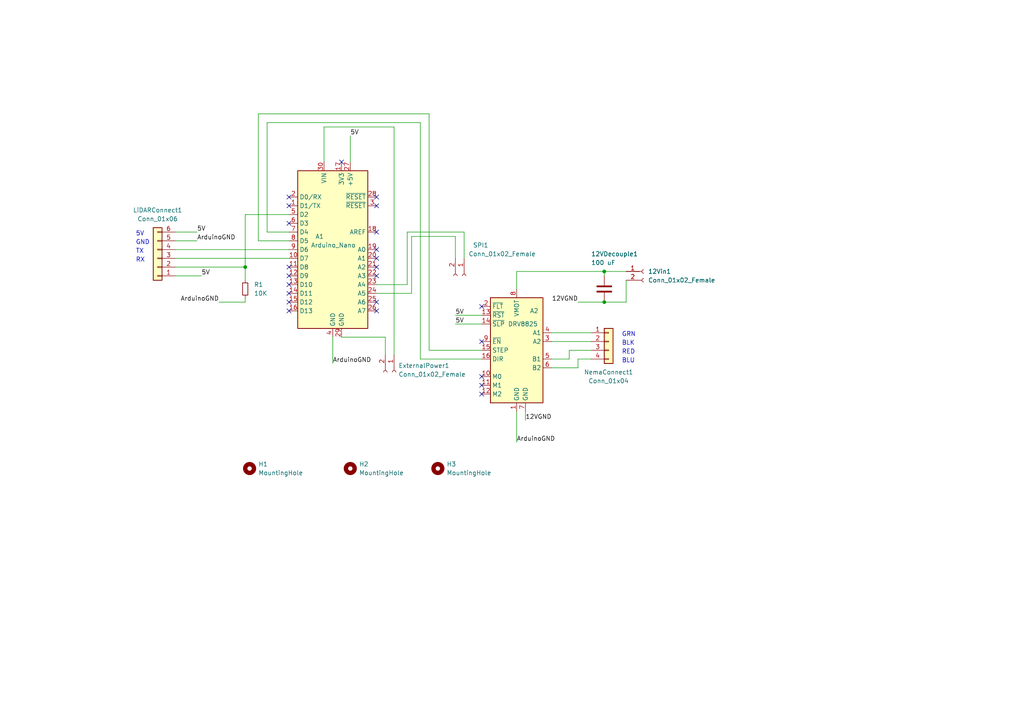
<source format=kicad_sch>
(kicad_sch (version 20211123) (generator eeschema)

  (uuid 9538e4ed-27e6-4c37-b989-9859dc0d49e8)

  (paper "A4")

  (lib_symbols
    (symbol "Connector:Conn_01x02_Female" (pin_names (offset 1.016) hide) (in_bom yes) (on_board yes)
      (property "Reference" "J" (id 0) (at 0 2.54 0)
        (effects (font (size 1.27 1.27)))
      )
      (property "Value" "Conn_01x02_Female" (id 1) (at 0 -5.08 0)
        (effects (font (size 1.27 1.27)))
      )
      (property "Footprint" "" (id 2) (at 0 0 0)
        (effects (font (size 1.27 1.27)) hide)
      )
      (property "Datasheet" "~" (id 3) (at 0 0 0)
        (effects (font (size 1.27 1.27)) hide)
      )
      (property "ki_keywords" "connector" (id 4) (at 0 0 0)
        (effects (font (size 1.27 1.27)) hide)
      )
      (property "ki_description" "Generic connector, single row, 01x02, script generated (kicad-library-utils/schlib/autogen/connector/)" (id 5) (at 0 0 0)
        (effects (font (size 1.27 1.27)) hide)
      )
      (property "ki_fp_filters" "Connector*:*_1x??_*" (id 6) (at 0 0 0)
        (effects (font (size 1.27 1.27)) hide)
      )
      (symbol "Conn_01x02_Female_1_1"
        (arc (start 0 -2.032) (mid -0.508 -2.54) (end 0 -3.048)
          (stroke (width 0.1524) (type default) (color 0 0 0 0))
          (fill (type none))
        )
        (polyline
          (pts
            (xy -1.27 -2.54)
            (xy -0.508 -2.54)
          )
          (stroke (width 0.1524) (type default) (color 0 0 0 0))
          (fill (type none))
        )
        (polyline
          (pts
            (xy -1.27 0)
            (xy -0.508 0)
          )
          (stroke (width 0.1524) (type default) (color 0 0 0 0))
          (fill (type none))
        )
        (arc (start 0 0.508) (mid -0.508 0) (end 0 -0.508)
          (stroke (width 0.1524) (type default) (color 0 0 0 0))
          (fill (type none))
        )
        (pin passive line (at -5.08 0 0) (length 3.81)
          (name "Pin_1" (effects (font (size 1.27 1.27))))
          (number "1" (effects (font (size 1.27 1.27))))
        )
        (pin passive line (at -5.08 -2.54 0) (length 3.81)
          (name "Pin_2" (effects (font (size 1.27 1.27))))
          (number "2" (effects (font (size 1.27 1.27))))
        )
      )
    )
    (symbol "Connector_Generic:Conn_01x04" (pin_names (offset 1.016) hide) (in_bom yes) (on_board yes)
      (property "Reference" "J" (id 0) (at 0 5.08 0)
        (effects (font (size 1.27 1.27)))
      )
      (property "Value" "Conn_01x04" (id 1) (at 0 -7.62 0)
        (effects (font (size 1.27 1.27)))
      )
      (property "Footprint" "" (id 2) (at 0 0 0)
        (effects (font (size 1.27 1.27)) hide)
      )
      (property "Datasheet" "~" (id 3) (at 0 0 0)
        (effects (font (size 1.27 1.27)) hide)
      )
      (property "ki_keywords" "connector" (id 4) (at 0 0 0)
        (effects (font (size 1.27 1.27)) hide)
      )
      (property "ki_description" "Generic connector, single row, 01x04, script generated (kicad-library-utils/schlib/autogen/connector/)" (id 5) (at 0 0 0)
        (effects (font (size 1.27 1.27)) hide)
      )
      (property "ki_fp_filters" "Connector*:*_1x??_*" (id 6) (at 0 0 0)
        (effects (font (size 1.27 1.27)) hide)
      )
      (symbol "Conn_01x04_1_1"
        (rectangle (start -1.27 -4.953) (end 0 -5.207)
          (stroke (width 0.1524) (type default) (color 0 0 0 0))
          (fill (type none))
        )
        (rectangle (start -1.27 -2.413) (end 0 -2.667)
          (stroke (width 0.1524) (type default) (color 0 0 0 0))
          (fill (type none))
        )
        (rectangle (start -1.27 0.127) (end 0 -0.127)
          (stroke (width 0.1524) (type default) (color 0 0 0 0))
          (fill (type none))
        )
        (rectangle (start -1.27 2.667) (end 0 2.413)
          (stroke (width 0.1524) (type default) (color 0 0 0 0))
          (fill (type none))
        )
        (rectangle (start -1.27 3.81) (end 1.27 -6.35)
          (stroke (width 0.254) (type default) (color 0 0 0 0))
          (fill (type background))
        )
        (pin passive line (at -5.08 2.54 0) (length 3.81)
          (name "Pin_1" (effects (font (size 1.27 1.27))))
          (number "1" (effects (font (size 1.27 1.27))))
        )
        (pin passive line (at -5.08 0 0) (length 3.81)
          (name "Pin_2" (effects (font (size 1.27 1.27))))
          (number "2" (effects (font (size 1.27 1.27))))
        )
        (pin passive line (at -5.08 -2.54 0) (length 3.81)
          (name "Pin_3" (effects (font (size 1.27 1.27))))
          (number "3" (effects (font (size 1.27 1.27))))
        )
        (pin passive line (at -5.08 -5.08 0) (length 3.81)
          (name "Pin_4" (effects (font (size 1.27 1.27))))
          (number "4" (effects (font (size 1.27 1.27))))
        )
      )
    )
    (symbol "Connector_Generic:Conn_01x06" (pin_names (offset 1.016) hide) (in_bom yes) (on_board yes)
      (property "Reference" "J" (id 0) (at 0 7.62 0)
        (effects (font (size 1.27 1.27)))
      )
      (property "Value" "Conn_01x06" (id 1) (at 0 -10.16 0)
        (effects (font (size 1.27 1.27)))
      )
      (property "Footprint" "" (id 2) (at 0 0 0)
        (effects (font (size 1.27 1.27)) hide)
      )
      (property "Datasheet" "~" (id 3) (at 0 0 0)
        (effects (font (size 1.27 1.27)) hide)
      )
      (property "ki_keywords" "connector" (id 4) (at 0 0 0)
        (effects (font (size 1.27 1.27)) hide)
      )
      (property "ki_description" "Generic connector, single row, 01x06, script generated (kicad-library-utils/schlib/autogen/connector/)" (id 5) (at 0 0 0)
        (effects (font (size 1.27 1.27)) hide)
      )
      (property "ki_fp_filters" "Connector*:*_1x??_*" (id 6) (at 0 0 0)
        (effects (font (size 1.27 1.27)) hide)
      )
      (symbol "Conn_01x06_1_1"
        (rectangle (start -1.27 -7.493) (end 0 -7.747)
          (stroke (width 0.1524) (type default) (color 0 0 0 0))
          (fill (type none))
        )
        (rectangle (start -1.27 -4.953) (end 0 -5.207)
          (stroke (width 0.1524) (type default) (color 0 0 0 0))
          (fill (type none))
        )
        (rectangle (start -1.27 -2.413) (end 0 -2.667)
          (stroke (width 0.1524) (type default) (color 0 0 0 0))
          (fill (type none))
        )
        (rectangle (start -1.27 0.127) (end 0 -0.127)
          (stroke (width 0.1524) (type default) (color 0 0 0 0))
          (fill (type none))
        )
        (rectangle (start -1.27 2.667) (end 0 2.413)
          (stroke (width 0.1524) (type default) (color 0 0 0 0))
          (fill (type none))
        )
        (rectangle (start -1.27 5.207) (end 0 4.953)
          (stroke (width 0.1524) (type default) (color 0 0 0 0))
          (fill (type none))
        )
        (rectangle (start -1.27 6.35) (end 1.27 -8.89)
          (stroke (width 0.254) (type default) (color 0 0 0 0))
          (fill (type background))
        )
        (pin passive line (at -5.08 5.08 0) (length 3.81)
          (name "Pin_1" (effects (font (size 1.27 1.27))))
          (number "1" (effects (font (size 1.27 1.27))))
        )
        (pin passive line (at -5.08 2.54 0) (length 3.81)
          (name "Pin_2" (effects (font (size 1.27 1.27))))
          (number "2" (effects (font (size 1.27 1.27))))
        )
        (pin passive line (at -5.08 0 0) (length 3.81)
          (name "Pin_3" (effects (font (size 1.27 1.27))))
          (number "3" (effects (font (size 1.27 1.27))))
        )
        (pin passive line (at -5.08 -2.54 0) (length 3.81)
          (name "Pin_4" (effects (font (size 1.27 1.27))))
          (number "4" (effects (font (size 1.27 1.27))))
        )
        (pin passive line (at -5.08 -5.08 0) (length 3.81)
          (name "Pin_5" (effects (font (size 1.27 1.27))))
          (number "5" (effects (font (size 1.27 1.27))))
        )
        (pin passive line (at -5.08 -7.62 0) (length 3.81)
          (name "Pin_6" (effects (font (size 1.27 1.27))))
          (number "6" (effects (font (size 1.27 1.27))))
        )
      )
    )
    (symbol "Device:C" (pin_numbers hide) (pin_names (offset 0.254)) (in_bom yes) (on_board yes)
      (property "Reference" "C" (id 0) (at 0.635 2.54 0)
        (effects (font (size 1.27 1.27)) (justify left))
      )
      (property "Value" "C" (id 1) (at 0.635 -2.54 0)
        (effects (font (size 1.27 1.27)) (justify left))
      )
      (property "Footprint" "" (id 2) (at 0.9652 -3.81 0)
        (effects (font (size 1.27 1.27)) hide)
      )
      (property "Datasheet" "~" (id 3) (at 0 0 0)
        (effects (font (size 1.27 1.27)) hide)
      )
      (property "ki_keywords" "cap capacitor" (id 4) (at 0 0 0)
        (effects (font (size 1.27 1.27)) hide)
      )
      (property "ki_description" "Unpolarized capacitor" (id 5) (at 0 0 0)
        (effects (font (size 1.27 1.27)) hide)
      )
      (property "ki_fp_filters" "C_*" (id 6) (at 0 0 0)
        (effects (font (size 1.27 1.27)) hide)
      )
      (symbol "C_0_1"
        (polyline
          (pts
            (xy -2.032 -0.762)
            (xy 2.032 -0.762)
          )
          (stroke (width 0.508) (type default) (color 0 0 0 0))
          (fill (type none))
        )
        (polyline
          (pts
            (xy -2.032 0.762)
            (xy 2.032 0.762)
          )
          (stroke (width 0.508) (type default) (color 0 0 0 0))
          (fill (type none))
        )
      )
      (symbol "C_1_1"
        (pin passive line (at 0 3.81 270) (length 2.794)
          (name "~" (effects (font (size 1.27 1.27))))
          (number "1" (effects (font (size 1.27 1.27))))
        )
        (pin passive line (at 0 -3.81 90) (length 2.794)
          (name "~" (effects (font (size 1.27 1.27))))
          (number "2" (effects (font (size 1.27 1.27))))
        )
      )
    )
    (symbol "Device:R_Small" (pin_numbers hide) (pin_names (offset 0.254) hide) (in_bom yes) (on_board yes)
      (property "Reference" "R" (id 0) (at 0.762 0.508 0)
        (effects (font (size 1.27 1.27)) (justify left))
      )
      (property "Value" "R_Small" (id 1) (at 0.762 -1.016 0)
        (effects (font (size 1.27 1.27)) (justify left))
      )
      (property "Footprint" "" (id 2) (at 0 0 0)
        (effects (font (size 1.27 1.27)) hide)
      )
      (property "Datasheet" "~" (id 3) (at 0 0 0)
        (effects (font (size 1.27 1.27)) hide)
      )
      (property "ki_keywords" "R resistor" (id 4) (at 0 0 0)
        (effects (font (size 1.27 1.27)) hide)
      )
      (property "ki_description" "Resistor, small symbol" (id 5) (at 0 0 0)
        (effects (font (size 1.27 1.27)) hide)
      )
      (property "ki_fp_filters" "R_*" (id 6) (at 0 0 0)
        (effects (font (size 1.27 1.27)) hide)
      )
      (symbol "R_Small_0_1"
        (rectangle (start -0.762 1.778) (end 0.762 -1.778)
          (stroke (width 0.2032) (type default) (color 0 0 0 0))
          (fill (type none))
        )
      )
      (symbol "R_Small_1_1"
        (pin passive line (at 0 2.54 270) (length 0.762)
          (name "~" (effects (font (size 1.27 1.27))))
          (number "1" (effects (font (size 1.27 1.27))))
        )
        (pin passive line (at 0 -2.54 90) (length 0.762)
          (name "~" (effects (font (size 1.27 1.27))))
          (number "2" (effects (font (size 1.27 1.27))))
        )
      )
    )
    (symbol "Driver_Motor:Pololu_Breakout_DRV8825" (in_bom yes) (on_board yes)
      (property "Reference" "A" (id 0) (at -2.54 16.51 0)
        (effects (font (size 1.27 1.27)) (justify right))
      )
      (property "Value" "Pololu_Breakout_DRV8825" (id 1) (at -2.54 13.97 0)
        (effects (font (size 1.27 1.27)) (justify right))
      )
      (property "Footprint" "Module:Pololu_Breakout-16_15.2x20.3mm" (id 2) (at 5.08 -20.32 0)
        (effects (font (size 1.27 1.27)) (justify left) hide)
      )
      (property "Datasheet" "https://www.pololu.com/product/2982" (id 3) (at 2.54 -7.62 0)
        (effects (font (size 1.27 1.27)) hide)
      )
      (property "ki_keywords" "Pololu Breakout Board Stepper Driver DRV8825" (id 4) (at 0 0 0)
        (effects (font (size 1.27 1.27)) hide)
      )
      (property "ki_description" "Pololu Breakout Board, Stepper Driver DRV8825" (id 5) (at 0 0 0)
        (effects (font (size 1.27 1.27)) hide)
      )
      (property "ki_fp_filters" "Pololu*Breakout*15.2x20.3mm*" (id 6) (at 0 0 0)
        (effects (font (size 1.27 1.27)) hide)
      )
      (symbol "Pololu_Breakout_DRV8825_0_1"
        (rectangle (start 7.62 -17.78) (end -7.62 12.7)
          (stroke (width 0.254) (type default) (color 0 0 0 0))
          (fill (type background))
        )
      )
      (symbol "Pololu_Breakout_DRV8825_1_1"
        (pin power_in line (at 0 -20.32 90) (length 2.54)
          (name "GND" (effects (font (size 1.27 1.27))))
          (number "1" (effects (font (size 1.27 1.27))))
        )
        (pin input line (at -10.16 -10.16 0) (length 2.54)
          (name "M0" (effects (font (size 1.27 1.27))))
          (number "10" (effects (font (size 1.27 1.27))))
        )
        (pin input line (at -10.16 -12.7 0) (length 2.54)
          (name "M1" (effects (font (size 1.27 1.27))))
          (number "11" (effects (font (size 1.27 1.27))))
        )
        (pin input line (at -10.16 -15.24 0) (length 2.54)
          (name "M2" (effects (font (size 1.27 1.27))))
          (number "12" (effects (font (size 1.27 1.27))))
        )
        (pin input line (at -10.16 7.62 0) (length 2.54)
          (name "~{RST}" (effects (font (size 1.27 1.27))))
          (number "13" (effects (font (size 1.27 1.27))))
        )
        (pin input line (at -10.16 5.08 0) (length 2.54)
          (name "~{SLP}" (effects (font (size 1.27 1.27))))
          (number "14" (effects (font (size 1.27 1.27))))
        )
        (pin input line (at -10.16 -2.54 0) (length 2.54)
          (name "STEP" (effects (font (size 1.27 1.27))))
          (number "15" (effects (font (size 1.27 1.27))))
        )
        (pin input line (at -10.16 -5.08 0) (length 2.54)
          (name "DIR" (effects (font (size 1.27 1.27))))
          (number "16" (effects (font (size 1.27 1.27))))
        )
        (pin output line (at -10.16 10.16 0) (length 2.54)
          (name "~{FLT}" (effects (font (size 1.27 1.27))))
          (number "2" (effects (font (size 1.27 1.27))))
        )
        (pin output line (at 10.16 0 180) (length 2.54)
          (name "A2" (effects (font (size 1.27 1.27))))
          (number "3" (effects (font (size 1.27 1.27))))
        )
        (pin output line (at 10.16 2.54 180) (length 2.54)
          (name "A1" (effects (font (size 1.27 1.27))))
          (number "4" (effects (font (size 1.27 1.27))))
        )
        (pin output line (at 10.16 -5.08 180) (length 2.54)
          (name "B1" (effects (font (size 1.27 1.27))))
          (number "5" (effects (font (size 1.27 1.27))))
        )
        (pin output line (at 10.16 -7.62 180) (length 2.54)
          (name "B2" (effects (font (size 1.27 1.27))))
          (number "6" (effects (font (size 1.27 1.27))))
        )
        (pin power_in line (at 2.54 -20.32 90) (length 2.54)
          (name "GND" (effects (font (size 1.27 1.27))))
          (number "7" (effects (font (size 1.27 1.27))))
        )
        (pin power_in line (at 0 15.24 270) (length 2.54)
          (name "VMOT" (effects (font (size 1.27 1.27))))
          (number "8" (effects (font (size 1.27 1.27))))
        )
        (pin input line (at -10.16 0 0) (length 2.54)
          (name "~{EN}" (effects (font (size 1.27 1.27))))
          (number "9" (effects (font (size 1.27 1.27))))
        )
      )
    )
    (symbol "MCU_Module:Arduino_Nano_v3.x" (in_bom yes) (on_board yes)
      (property "Reference" "A" (id 0) (at -10.16 23.495 0)
        (effects (font (size 1.27 1.27)) (justify left bottom))
      )
      (property "Value" "Arduino_Nano_v3.x" (id 1) (at 5.08 -24.13 0)
        (effects (font (size 1.27 1.27)) (justify left top))
      )
      (property "Footprint" "Module:Arduino_Nano" (id 2) (at 0 0 0)
        (effects (font (size 1.27 1.27) italic) hide)
      )
      (property "Datasheet" "http://www.mouser.com/pdfdocs/Gravitech_Arduino_Nano3_0.pdf" (id 3) (at 0 0 0)
        (effects (font (size 1.27 1.27)) hide)
      )
      (property "ki_keywords" "Arduino nano microcontroller module USB" (id 4) (at 0 0 0)
        (effects (font (size 1.27 1.27)) hide)
      )
      (property "ki_description" "Arduino Nano v3.x" (id 5) (at 0 0 0)
        (effects (font (size 1.27 1.27)) hide)
      )
      (property "ki_fp_filters" "Arduino*Nano*" (id 6) (at 0 0 0)
        (effects (font (size 1.27 1.27)) hide)
      )
      (symbol "Arduino_Nano_v3.x_0_1"
        (rectangle (start -10.16 22.86) (end 10.16 -22.86)
          (stroke (width 0.254) (type default) (color 0 0 0 0))
          (fill (type background))
        )
      )
      (symbol "Arduino_Nano_v3.x_1_1"
        (pin bidirectional line (at -12.7 12.7 0) (length 2.54)
          (name "D1/TX" (effects (font (size 1.27 1.27))))
          (number "1" (effects (font (size 1.27 1.27))))
        )
        (pin bidirectional line (at -12.7 -2.54 0) (length 2.54)
          (name "D7" (effects (font (size 1.27 1.27))))
          (number "10" (effects (font (size 1.27 1.27))))
        )
        (pin bidirectional line (at -12.7 -5.08 0) (length 2.54)
          (name "D8" (effects (font (size 1.27 1.27))))
          (number "11" (effects (font (size 1.27 1.27))))
        )
        (pin bidirectional line (at -12.7 -7.62 0) (length 2.54)
          (name "D9" (effects (font (size 1.27 1.27))))
          (number "12" (effects (font (size 1.27 1.27))))
        )
        (pin bidirectional line (at -12.7 -10.16 0) (length 2.54)
          (name "D10" (effects (font (size 1.27 1.27))))
          (number "13" (effects (font (size 1.27 1.27))))
        )
        (pin bidirectional line (at -12.7 -12.7 0) (length 2.54)
          (name "D11" (effects (font (size 1.27 1.27))))
          (number "14" (effects (font (size 1.27 1.27))))
        )
        (pin bidirectional line (at -12.7 -15.24 0) (length 2.54)
          (name "D12" (effects (font (size 1.27 1.27))))
          (number "15" (effects (font (size 1.27 1.27))))
        )
        (pin bidirectional line (at -12.7 -17.78 0) (length 2.54)
          (name "D13" (effects (font (size 1.27 1.27))))
          (number "16" (effects (font (size 1.27 1.27))))
        )
        (pin power_out line (at 2.54 25.4 270) (length 2.54)
          (name "3V3" (effects (font (size 1.27 1.27))))
          (number "17" (effects (font (size 1.27 1.27))))
        )
        (pin input line (at 12.7 5.08 180) (length 2.54)
          (name "AREF" (effects (font (size 1.27 1.27))))
          (number "18" (effects (font (size 1.27 1.27))))
        )
        (pin bidirectional line (at 12.7 0 180) (length 2.54)
          (name "A0" (effects (font (size 1.27 1.27))))
          (number "19" (effects (font (size 1.27 1.27))))
        )
        (pin bidirectional line (at -12.7 15.24 0) (length 2.54)
          (name "D0/RX" (effects (font (size 1.27 1.27))))
          (number "2" (effects (font (size 1.27 1.27))))
        )
        (pin bidirectional line (at 12.7 -2.54 180) (length 2.54)
          (name "A1" (effects (font (size 1.27 1.27))))
          (number "20" (effects (font (size 1.27 1.27))))
        )
        (pin bidirectional line (at 12.7 -5.08 180) (length 2.54)
          (name "A2" (effects (font (size 1.27 1.27))))
          (number "21" (effects (font (size 1.27 1.27))))
        )
        (pin bidirectional line (at 12.7 -7.62 180) (length 2.54)
          (name "A3" (effects (font (size 1.27 1.27))))
          (number "22" (effects (font (size 1.27 1.27))))
        )
        (pin bidirectional line (at 12.7 -10.16 180) (length 2.54)
          (name "A4" (effects (font (size 1.27 1.27))))
          (number "23" (effects (font (size 1.27 1.27))))
        )
        (pin bidirectional line (at 12.7 -12.7 180) (length 2.54)
          (name "A5" (effects (font (size 1.27 1.27))))
          (number "24" (effects (font (size 1.27 1.27))))
        )
        (pin bidirectional line (at 12.7 -15.24 180) (length 2.54)
          (name "A6" (effects (font (size 1.27 1.27))))
          (number "25" (effects (font (size 1.27 1.27))))
        )
        (pin bidirectional line (at 12.7 -17.78 180) (length 2.54)
          (name "A7" (effects (font (size 1.27 1.27))))
          (number "26" (effects (font (size 1.27 1.27))))
        )
        (pin power_out line (at 5.08 25.4 270) (length 2.54)
          (name "+5V" (effects (font (size 1.27 1.27))))
          (number "27" (effects (font (size 1.27 1.27))))
        )
        (pin input line (at 12.7 15.24 180) (length 2.54)
          (name "~{RESET}" (effects (font (size 1.27 1.27))))
          (number "28" (effects (font (size 1.27 1.27))))
        )
        (pin power_in line (at 2.54 -25.4 90) (length 2.54)
          (name "GND" (effects (font (size 1.27 1.27))))
          (number "29" (effects (font (size 1.27 1.27))))
        )
        (pin input line (at 12.7 12.7 180) (length 2.54)
          (name "~{RESET}" (effects (font (size 1.27 1.27))))
          (number "3" (effects (font (size 1.27 1.27))))
        )
        (pin power_in line (at -2.54 25.4 270) (length 2.54)
          (name "VIN" (effects (font (size 1.27 1.27))))
          (number "30" (effects (font (size 1.27 1.27))))
        )
        (pin power_in line (at 0 -25.4 90) (length 2.54)
          (name "GND" (effects (font (size 1.27 1.27))))
          (number "4" (effects (font (size 1.27 1.27))))
        )
        (pin bidirectional line (at -12.7 10.16 0) (length 2.54)
          (name "D2" (effects (font (size 1.27 1.27))))
          (number "5" (effects (font (size 1.27 1.27))))
        )
        (pin bidirectional line (at -12.7 7.62 0) (length 2.54)
          (name "D3" (effects (font (size 1.27 1.27))))
          (number "6" (effects (font (size 1.27 1.27))))
        )
        (pin bidirectional line (at -12.7 5.08 0) (length 2.54)
          (name "D4" (effects (font (size 1.27 1.27))))
          (number "7" (effects (font (size 1.27 1.27))))
        )
        (pin bidirectional line (at -12.7 2.54 0) (length 2.54)
          (name "D5" (effects (font (size 1.27 1.27))))
          (number "8" (effects (font (size 1.27 1.27))))
        )
        (pin bidirectional line (at -12.7 0 0) (length 2.54)
          (name "D6" (effects (font (size 1.27 1.27))))
          (number "9" (effects (font (size 1.27 1.27))))
        )
      )
    )
    (symbol "Mechanical:MountingHole" (pin_names (offset 1.016)) (in_bom yes) (on_board yes)
      (property "Reference" "H" (id 0) (at 0 5.08 0)
        (effects (font (size 1.27 1.27)))
      )
      (property "Value" "MountingHole" (id 1) (at 0 3.175 0)
        (effects (font (size 1.27 1.27)))
      )
      (property "Footprint" "" (id 2) (at 0 0 0)
        (effects (font (size 1.27 1.27)) hide)
      )
      (property "Datasheet" "~" (id 3) (at 0 0 0)
        (effects (font (size 1.27 1.27)) hide)
      )
      (property "ki_keywords" "mounting hole" (id 4) (at 0 0 0)
        (effects (font (size 1.27 1.27)) hide)
      )
      (property "ki_description" "Mounting Hole without connection" (id 5) (at 0 0 0)
        (effects (font (size 1.27 1.27)) hide)
      )
      (property "ki_fp_filters" "MountingHole*" (id 6) (at 0 0 0)
        (effects (font (size 1.27 1.27)) hide)
      )
      (symbol "MountingHole_0_1"
        (circle (center 0 0) (radius 1.27)
          (stroke (width 1.27) (type default) (color 0 0 0 0))
          (fill (type none))
        )
      )
    )
  )

  (junction (at 175.26 87.63) (diameter 0) (color 0 0 0 0)
    (uuid 11611aec-e86b-4886-bae2-7a14bf90b099)
  )
  (junction (at 175.26 78.74) (diameter 0) (color 0 0 0 0)
    (uuid 3dd9894d-0db0-4b17-807c-ff1cecb8974b)
  )
  (junction (at 71.12 77.47) (diameter 0) (color 0 0 0 0)
    (uuid b5a1fa5b-0b64-45f1-8369-5c269770886d)
  )

  (no_connect (at 83.82 90.17) (uuid 091dbe6d-e8fd-46ea-acf9-a48b6d94b551))
  (no_connect (at 83.82 85.09) (uuid 112b21a9-120e-4d0d-b23c-8440688477e0))
  (no_connect (at 139.7 109.22) (uuid 3c7d7bb6-3316-4dc7-9968-fa2f80ff8e01))
  (no_connect (at 83.82 64.77) (uuid 3dc6c83c-b190-4567-b7bc-7de820212457))
  (no_connect (at 139.7 88.9) (uuid 61dbc0f0-e391-4183-9e2c-a5b9c6739069))
  (no_connect (at 99.06 46.99) (uuid 640f623a-8187-4eb8-997c-f6ee58a2e801))
  (no_connect (at 139.7 114.3) (uuid 72fca351-9673-4f9a-8359-c1b89bf25259))
  (no_connect (at 83.82 82.55) (uuid 7875f74f-c467-49e4-8605-2b77e77ffdb4))
  (no_connect (at 139.7 111.76) (uuid 7b57ac04-de90-439e-a8ae-123cc19c20d8))
  (no_connect (at 109.22 72.39) (uuid f497d44a-83a8-47ae-b783-60c85e93b232))
  (no_connect (at 83.82 77.47) (uuid f497d44a-83a8-47ae-b783-60c85e93b233))
  (no_connect (at 109.22 57.15) (uuid f497d44a-83a8-47ae-b783-60c85e93b234))
  (no_connect (at 109.22 59.69) (uuid f497d44a-83a8-47ae-b783-60c85e93b235))
  (no_connect (at 109.22 67.31) (uuid f497d44a-83a8-47ae-b783-60c85e93b236))
  (no_connect (at 83.82 57.15) (uuid f497d44a-83a8-47ae-b783-60c85e93b237))
  (no_connect (at 83.82 59.69) (uuid f497d44a-83a8-47ae-b783-60c85e93b238))
  (no_connect (at 139.7 99.06) (uuid f497d44a-83a8-47ae-b783-60c85e93b239))
  (no_connect (at 109.22 74.93) (uuid f497d44a-83a8-47ae-b783-60c85e93b23a))
  (no_connect (at 109.22 77.47) (uuid f497d44a-83a8-47ae-b783-60c85e93b23b))
  (no_connect (at 109.22 80.01) (uuid f497d44a-83a8-47ae-b783-60c85e93b23c))
  (no_connect (at 109.22 87.63) (uuid f497d44a-83a8-47ae-b783-60c85e93b23d))
  (no_connect (at 109.22 90.17) (uuid f497d44a-83a8-47ae-b783-60c85e93b23e))
  (no_connect (at 83.82 80.01) (uuid f497d44a-83a8-47ae-b783-60c85e93b23f))
  (no_connect (at 83.82 87.63) (uuid fd62956b-dcf5-4944-9188-f1ebac6d664e))

  (wire (pts (xy 74.93 69.85) (xy 83.82 69.85))
    (stroke (width 0) (type default) (color 0 0 0 0))
    (uuid 01595053-ad1c-4d3f-9402-1a960a5e838e)
  )
  (wire (pts (xy 118.11 82.55) (xy 118.11 67.31))
    (stroke (width 0) (type default) (color 0 0 0 0))
    (uuid 0581cfc8-a68e-4f23-acd6-6ad4854bcd78)
  )
  (wire (pts (xy 160.02 96.52) (xy 171.45 96.52))
    (stroke (width 0) (type default) (color 0 0 0 0))
    (uuid 0701b854-266d-4705-9d42-9d454ec35193)
  )
  (wire (pts (xy 71.12 77.47) (xy 71.12 81.28))
    (stroke (width 0) (type default) (color 0 0 0 0))
    (uuid 077fa070-9b3e-4d02-a387-a0ce2592bef9)
  )
  (wire (pts (xy 71.12 62.23) (xy 71.12 77.47))
    (stroke (width 0) (type default) (color 0 0 0 0))
    (uuid 08381e2a-0e80-4218-98c4-e5d5bfc45979)
  )
  (wire (pts (xy 139.7 101.6) (xy 124.46 101.6))
    (stroke (width 0) (type default) (color 0 0 0 0))
    (uuid 0d68f7c8-4898-4290-9f63-32fe8df7599b)
  )
  (wire (pts (xy 149.86 78.74) (xy 175.26 78.74))
    (stroke (width 0) (type default) (color 0 0 0 0))
    (uuid 104e3c8c-fd4f-44e8-a875-7fe0adbfe6aa)
  )
  (wire (pts (xy 114.3 102.87) (xy 114.3 36.83))
    (stroke (width 0) (type default) (color 0 0 0 0))
    (uuid 11215924-608f-4de9-be0c-99a34efe4e76)
  )
  (wire (pts (xy 118.11 67.31) (xy 134.62 67.31))
    (stroke (width 0) (type default) (color 0 0 0 0))
    (uuid 115d1fe1-c398-44c2-8502-d9c3f017fb88)
  )
  (wire (pts (xy 121.92 35.56) (xy 77.47 35.56))
    (stroke (width 0) (type default) (color 0 0 0 0))
    (uuid 1215f9cf-40d2-4956-b249-2d1ff6bfd7b9)
  )
  (wire (pts (xy 181.61 81.28) (xy 181.61 87.63))
    (stroke (width 0) (type default) (color 0 0 0 0))
    (uuid 12482fb8-1096-47db-9a4e-50ab8920ec70)
  )
  (wire (pts (xy 132.08 91.44) (xy 139.7 91.44))
    (stroke (width 0) (type default) (color 0 0 0 0))
    (uuid 12ed907c-bf55-4053-ad37-c3625fffcd8c)
  )
  (wire (pts (xy 160.02 106.68) (xy 167.64 106.68))
    (stroke (width 0) (type default) (color 0 0 0 0))
    (uuid 151e9531-c198-4737-887d-20c1a9457e4e)
  )
  (wire (pts (xy 63.5 87.63) (xy 71.12 87.63))
    (stroke (width 0) (type default) (color 0 0 0 0))
    (uuid 1524ff70-4e55-439c-84a4-6e9408f90a04)
  )
  (wire (pts (xy 99.06 97.79) (xy 111.76 97.79))
    (stroke (width 0) (type default) (color 0 0 0 0))
    (uuid 1b8bd719-4212-4f55-95d2-dd99fe02df60)
  )
  (wire (pts (xy 50.8 69.85) (xy 57.15 69.85))
    (stroke (width 0) (type default) (color 0 0 0 0))
    (uuid 2685ca75-b16f-470f-9d8c-a9bd17a90429)
  )
  (wire (pts (xy 160.02 99.06) (xy 171.45 99.06))
    (stroke (width 0) (type default) (color 0 0 0 0))
    (uuid 2d993955-0e92-47f4-b697-c5f53634de79)
  )
  (wire (pts (xy 134.62 67.31) (xy 134.62 74.93))
    (stroke (width 0) (type default) (color 0 0 0 0))
    (uuid 3401626f-0918-4d29-959d-1c4cb85ae6c8)
  )
  (wire (pts (xy 71.12 86.36) (xy 71.12 87.63))
    (stroke (width 0) (type default) (color 0 0 0 0))
    (uuid 34251195-5259-40f9-8101-e889648bbf72)
  )
  (wire (pts (xy 111.76 97.79) (xy 111.76 102.87))
    (stroke (width 0) (type default) (color 0 0 0 0))
    (uuid 39f4cfb2-83db-4e03-b92a-87fee8070759)
  )
  (wire (pts (xy 50.8 77.47) (xy 71.12 77.47))
    (stroke (width 0) (type default) (color 0 0 0 0))
    (uuid 3a554c3d-8932-4c1e-bdda-48a0be801bd1)
  )
  (wire (pts (xy 109.22 85.09) (xy 119.38 85.09))
    (stroke (width 0) (type default) (color 0 0 0 0))
    (uuid 3d567a64-6ca9-4468-9837-d38d9de7f19c)
  )
  (wire (pts (xy 109.22 82.55) (xy 118.11 82.55))
    (stroke (width 0) (type default) (color 0 0 0 0))
    (uuid 3d609631-e9ca-499e-bf96-d324d0182cc1)
  )
  (wire (pts (xy 83.82 62.23) (xy 71.12 62.23))
    (stroke (width 0) (type default) (color 0 0 0 0))
    (uuid 3de6d6a7-c88c-45c0-9274-0970b22aa090)
  )
  (wire (pts (xy 139.7 104.14) (xy 121.92 104.14))
    (stroke (width 0) (type default) (color 0 0 0 0))
    (uuid 3f08e0f9-5cf6-4ec9-9d24-96a8a9d56d37)
  )
  (wire (pts (xy 77.47 35.56) (xy 77.47 67.31))
    (stroke (width 0) (type default) (color 0 0 0 0))
    (uuid 3f0cd014-0886-48a5-a945-87b7cf6a29ba)
  )
  (wire (pts (xy 149.86 119.38) (xy 149.86 128.27))
    (stroke (width 0) (type default) (color 0 0 0 0))
    (uuid 4195da02-52b4-48f1-901b-73c5f406e14a)
  )
  (wire (pts (xy 152.4 119.38) (xy 152.4 121.92))
    (stroke (width 0) (type default) (color 0 0 0 0))
    (uuid 466f2d9f-9c24-406a-a435-93800fd9b499)
  )
  (wire (pts (xy 50.8 74.93) (xy 83.82 74.93))
    (stroke (width 0) (type default) (color 0 0 0 0))
    (uuid 4b27276c-a020-47a0-9598-13004eb56bbc)
  )
  (wire (pts (xy 124.46 101.6) (xy 124.46 33.02))
    (stroke (width 0) (type default) (color 0 0 0 0))
    (uuid 539e83da-f24b-4b46-b88f-c312c1f84af0)
  )
  (wire (pts (xy 165.1 104.14) (xy 165.1 101.6))
    (stroke (width 0) (type default) (color 0 0 0 0))
    (uuid 56214b94-4ec0-4137-88d8-d77ecd63e199)
  )
  (wire (pts (xy 119.38 85.09) (xy 119.38 68.58))
    (stroke (width 0) (type default) (color 0 0 0 0))
    (uuid 5765a0cb-eb30-464b-bc58-6be7ac6de777)
  )
  (wire (pts (xy 114.3 36.83) (xy 93.98 36.83))
    (stroke (width 0) (type default) (color 0 0 0 0))
    (uuid 5d1191ab-0581-4e49-b5e0-c2f4514b1a19)
  )
  (wire (pts (xy 50.8 72.39) (xy 83.82 72.39))
    (stroke (width 0) (type default) (color 0 0 0 0))
    (uuid 5eca1fa6-c03a-4e42-b616-c9797f6b4342)
  )
  (wire (pts (xy 175.26 80.01) (xy 175.26 78.74))
    (stroke (width 0) (type default) (color 0 0 0 0))
    (uuid 74df0fb5-37aa-4f4f-8f57-2f4e2826c49a)
  )
  (wire (pts (xy 96.52 97.79) (xy 96.52 105.41))
    (stroke (width 0) (type default) (color 0 0 0 0))
    (uuid 77d72da9-c290-4a7c-bf91-afdd45ab02c8)
  )
  (wire (pts (xy 77.47 67.31) (xy 83.82 67.31))
    (stroke (width 0) (type default) (color 0 0 0 0))
    (uuid 86e1bdda-08ae-4602-affc-7e7a6f2fdd3b)
  )
  (wire (pts (xy 132.08 68.58) (xy 132.08 74.93))
    (stroke (width 0) (type default) (color 0 0 0 0))
    (uuid 86f0b6ce-6491-461c-a990-7afd4fa6f5a9)
  )
  (wire (pts (xy 93.98 36.83) (xy 93.98 46.99))
    (stroke (width 0) (type default) (color 0 0 0 0))
    (uuid 8e3ebaeb-46e3-4d82-9340-c7f330c37873)
  )
  (wire (pts (xy 175.26 78.74) (xy 181.61 78.74))
    (stroke (width 0) (type default) (color 0 0 0 0))
    (uuid 91ea1dc6-e9d5-4347-83e6-ade1ffa4fa37)
  )
  (wire (pts (xy 50.8 67.31) (xy 57.15 67.31))
    (stroke (width 0) (type default) (color 0 0 0 0))
    (uuid 9bc35066-bf49-4fb1-9b7a-f7e94f104b4d)
  )
  (wire (pts (xy 124.46 33.02) (xy 74.93 33.02))
    (stroke (width 0) (type default) (color 0 0 0 0))
    (uuid 9ee82a09-ab24-4498-b05f-61cbdfc05cd1)
  )
  (wire (pts (xy 132.08 93.98) (xy 139.7 93.98))
    (stroke (width 0) (type default) (color 0 0 0 0))
    (uuid 9f094e99-1ec6-4311-abdd-a9316cf268d1)
  )
  (wire (pts (xy 74.93 33.02) (xy 74.93 69.85))
    (stroke (width 0) (type default) (color 0 0 0 0))
    (uuid a244ed0f-842c-43f3-9fc3-e9f49463ed2f)
  )
  (wire (pts (xy 160.02 104.14) (xy 165.1 104.14))
    (stroke (width 0) (type default) (color 0 0 0 0))
    (uuid ae575ee8-23e8-48e4-a7e2-a382a4b6c0fe)
  )
  (wire (pts (xy 167.64 87.63) (xy 175.26 87.63))
    (stroke (width 0) (type default) (color 0 0 0 0))
    (uuid af6962c1-1da7-47b8-b8f8-e62d224962ba)
  )
  (wire (pts (xy 50.8 80.01) (xy 58.42 80.01))
    (stroke (width 0) (type default) (color 0 0 0 0))
    (uuid b1238fe8-9929-421b-b458-c8abe72d7682)
  )
  (wire (pts (xy 101.6 39.37) (xy 101.6 46.99))
    (stroke (width 0) (type default) (color 0 0 0 0))
    (uuid d6204411-2f8b-468d-94ea-b19aba04585a)
  )
  (wire (pts (xy 165.1 101.6) (xy 171.45 101.6))
    (stroke (width 0) (type default) (color 0 0 0 0))
    (uuid ddd88782-69bf-4972-8d2b-fca879ed27c3)
  )
  (wire (pts (xy 149.86 83.82) (xy 149.86 78.74))
    (stroke (width 0) (type default) (color 0 0 0 0))
    (uuid debffb71-ce25-4b7b-8a1d-01e4477888ef)
  )
  (wire (pts (xy 121.92 104.14) (xy 121.92 35.56))
    (stroke (width 0) (type default) (color 0 0 0 0))
    (uuid e3cc594f-279e-474f-bb01-dbf7633028f0)
  )
  (wire (pts (xy 119.38 68.58) (xy 132.08 68.58))
    (stroke (width 0) (type default) (color 0 0 0 0))
    (uuid eaab82de-21b0-47a5-a87d-1c520bd53ef6)
  )
  (wire (pts (xy 167.64 106.68) (xy 167.64 104.14))
    (stroke (width 0) (type default) (color 0 0 0 0))
    (uuid ee6aeb98-a466-449f-8148-77482a9a476c)
  )
  (wire (pts (xy 167.64 104.14) (xy 171.45 104.14))
    (stroke (width 0) (type default) (color 0 0 0 0))
    (uuid f699a0d1-d707-4d3d-8706-999b174ffa1e)
  )
  (wire (pts (xy 175.26 87.63) (xy 181.61 87.63))
    (stroke (width 0) (type default) (color 0 0 0 0))
    (uuid fef4f556-e008-4e35-a0ee-43da7f2f7b9f)
  )

  (text "BLK" (at 180.34 100.33 0)
    (effects (font (size 1.27 1.27)) (justify left bottom))
    (uuid 06e12024-f8a0-47db-8562-00f6d886e33c)
  )
  (text "BLU" (at 180.34 105.41 0)
    (effects (font (size 1.27 1.27)) (justify left bottom))
    (uuid 0d41a26d-2dab-42d3-bec9-4f4783cf00dd)
  )
  (text "RED" (at 180.34 102.87 0)
    (effects (font (size 1.27 1.27)) (justify left bottom))
    (uuid 43f5bf40-f81b-4599-a1d4-9e3d4e31a145)
  )
  (text "GRN" (at 180.34 97.79 0)
    (effects (font (size 1.27 1.27)) (justify left bottom))
    (uuid 708e6571-b094-4c47-aaf0-c081bd565cb1)
  )
  (text "GND" (at 39.37 71.12 0)
    (effects (font (size 1.27 1.27)) (justify left bottom))
    (uuid a8a38134-1162-4420-895e-cea5e22bd89a)
  )
  (text "TX" (at 39.37 73.66 0)
    (effects (font (size 1.27 1.27)) (justify left bottom))
    (uuid b0af4130-46c0-4be8-9400-72ecdec20706)
  )
  (text "RX" (at 39.37 76.2 0)
    (effects (font (size 1.27 1.27)) (justify left bottom))
    (uuid b2757557-3ddf-404b-9f84-4d32f7b5e91e)
  )
  (text "5V" (at 39.37 68.58 0)
    (effects (font (size 1.27 1.27)) (justify left bottom))
    (uuid ef447c9a-1e92-4bcd-91a0-be2620e08a4e)
  )

  (label "5V" (at 132.08 93.98 0)
    (effects (font (size 1.27 1.27)) (justify left bottom))
    (uuid 03abc9b4-3583-4c0b-b545-c77c5de2a60f)
  )
  (label "ArduinoGND" (at 57.15 69.85 0)
    (effects (font (size 1.27 1.27)) (justify left bottom))
    (uuid 07687f1a-80ce-4cea-a6a2-41ed43db935a)
  )
  (label "12VGND" (at 152.4 121.92 0)
    (effects (font (size 1.27 1.27)) (justify left bottom))
    (uuid 38e4d469-436e-4395-9a13-c0cc4fb50b61)
  )
  (label "ArduinoGND" (at 96.52 105.41 0)
    (effects (font (size 1.27 1.27)) (justify left bottom))
    (uuid 4fa27199-e012-4b22-adc5-a6d315b3b739)
  )
  (label "5V" (at 57.15 67.31 0)
    (effects (font (size 1.27 1.27)) (justify left bottom))
    (uuid 72e5d030-78cd-413c-ba68-e32d27c49d65)
  )
  (label "5V" (at 132.08 91.44 0)
    (effects (font (size 1.27 1.27)) (justify left bottom))
    (uuid a27f0c67-d0f3-44f9-b0f6-17e16893191f)
  )
  (label "5V" (at 58.42 80.01 0)
    (effects (font (size 1.27 1.27)) (justify left bottom))
    (uuid b31254b8-e3cf-463a-905c-e339ba1c658c)
  )
  (label "ArduinoGND" (at 149.86 128.27 0)
    (effects (font (size 1.27 1.27)) (justify left bottom))
    (uuid c2a46c67-5532-405a-b677-0cab70ed838e)
  )
  (label "12VGND" (at 167.64 87.63 180)
    (effects (font (size 1.27 1.27)) (justify right bottom))
    (uuid cb492614-4356-4bcc-93e2-ca86cecda23f)
  )
  (label "5V" (at 101.6 39.37 0)
    (effects (font (size 1.27 1.27)) (justify left bottom))
    (uuid e8ee2897-f9be-4c45-b78b-e0a421e5fcec)
  )
  (label "ArduinoGND" (at 63.5 87.63 180)
    (effects (font (size 1.27 1.27)) (justify right bottom))
    (uuid ef849e43-804a-4725-97fe-05a55d1aaff8)
  )

  (symbol (lib_id "Device:R_Small") (at 71.12 83.82 0) (unit 1)
    (in_bom yes) (on_board yes) (fields_autoplaced)
    (uuid 08441e85-8d59-4357-b023-a8757ac51a12)
    (property "Reference" "R1" (id 0) (at 73.66 82.5499 0)
      (effects (font (size 1.27 1.27)) (justify left))
    )
    (property "Value" "10K" (id 1) (at 73.66 85.0899 0)
      (effects (font (size 1.27 1.27)) (justify left))
    )
    (property "Footprint" "Resistor_THT:R_Axial_DIN0204_L3.6mm_D1.6mm_P7.62mm_Horizontal" (id 2) (at 71.12 83.82 0)
      (effects (font (size 1.27 1.27)) hide)
    )
    (property "Datasheet" "~" (id 3) (at 71.12 83.82 0)
      (effects (font (size 1.27 1.27)) hide)
    )
    (pin "1" (uuid 64ac4d62-8954-45cc-8019-769c7604b008))
    (pin "2" (uuid 671902b4-fc26-45bf-880f-6b916ca11eab))
  )

  (symbol (lib_id "Mechanical:MountingHole") (at 101.6 135.89 0) (unit 1)
    (in_bom yes) (on_board yes) (fields_autoplaced)
    (uuid 1e3b1f9d-eeb4-4377-959b-284525dd4e4b)
    (property "Reference" "H2" (id 0) (at 104.14 134.6199 0)
      (effects (font (size 1.27 1.27)) (justify left))
    )
    (property "Value" "MountingHole" (id 1) (at 104.14 137.1599 0)
      (effects (font (size 1.27 1.27)) (justify left))
    )
    (property "Footprint" "MountingHole:MountingHole_3.2mm_M3" (id 2) (at 101.6 135.89 0)
      (effects (font (size 1.27 1.27)) hide)
    )
    (property "Datasheet" "~" (id 3) (at 101.6 135.89 0)
      (effects (font (size 1.27 1.27)) hide)
    )
  )

  (symbol (lib_id "Connector_Generic:Conn_01x04") (at 176.53 99.06 0) (unit 1)
    (in_bom yes) (on_board yes)
    (uuid 21c5ca45-d574-4174-9629-f1fa8964149f)
    (property "Reference" "NemaConnect1" (id 0) (at 176.53 107.95 0))
    (property "Value" "Conn_01x04" (id 1) (at 176.53 110.49 0))
    (property "Footprint" "Connector_PinSocket_2.54mm:PinSocket_1x04_P2.54mm_Vertical" (id 2) (at 176.53 99.06 0)
      (effects (font (size 1.27 1.27)) hide)
    )
    (property "Datasheet" "~" (id 3) (at 176.53 99.06 0)
      (effects (font (size 1.27 1.27)) hide)
    )
    (pin "1" (uuid cf65f3b2-97a2-413d-ab7c-542361ca5ea9))
    (pin "2" (uuid 698788a3-ab92-4b7e-98e6-fab2a06de505))
    (pin "3" (uuid d5b2f7cb-f079-46d5-a4cd-9ea5f1d9e602))
    (pin "4" (uuid af047df2-64d9-4941-aac1-dbe0147cb1ee))
  )

  (symbol (lib_id "Driver_Motor:Pololu_Breakout_DRV8825") (at 149.86 99.06 0) (unit 1)
    (in_bom yes) (on_board yes)
    (uuid 5eb244d0-032b-4a57-a147-44faacc0e313)
    (property "Reference" "A2" (id 0) (at 153.67 90.17 0)
      (effects (font (size 1.27 1.27)) (justify left))
    )
    (property "Value" "DRV8825" (id 1) (at 147.32 93.98 0)
      (effects (font (size 1.27 1.27)) (justify left))
    )
    (property "Footprint" "Module:Pololu_Breakout-16_15.2x20.3mm" (id 2) (at 154.94 119.38 0)
      (effects (font (size 1.27 1.27)) (justify left) hide)
    )
    (property "Datasheet" "https://www.pololu.com/product/2982" (id 3) (at 152.4 106.68 0)
      (effects (font (size 1.27 1.27)) hide)
    )
    (pin "1" (uuid d9b1315d-9c8a-4956-90df-e5669cf68010))
    (pin "10" (uuid 292ce6ba-0c6b-4913-be49-83f41145002d))
    (pin "11" (uuid 6ef5f8e0-5c2d-4349-9162-179c7c438d89))
    (pin "12" (uuid 2d7fbff7-ad9e-4962-b4e0-56a226f3dd6a))
    (pin "13" (uuid a8cefac6-64e1-41d0-bc58-04e647fd0fde))
    (pin "14" (uuid c933003a-40a8-41cc-a69c-ec19f80cd86d))
    (pin "15" (uuid 43ca08d4-846a-41b1-a610-aa6c41c9f133))
    (pin "16" (uuid 56f922ba-5e6c-4b39-98b8-ceef758779a3))
    (pin "2" (uuid 908ce94b-b837-4c84-b759-ec4fbb006eea))
    (pin "3" (uuid 50e6b88c-1bd3-4928-86fd-758de4de04a3))
    (pin "4" (uuid cd48f1a3-c9ad-4bac-abff-bd98a26719eb))
    (pin "5" (uuid b0bd4229-67bb-4dc7-9d0c-fc6ab8405f53))
    (pin "6" (uuid 526a7a5e-afe2-4029-a038-8c14d846f3f2))
    (pin "7" (uuid 39ac7e3c-47f1-43e5-b70d-8dfebc468916))
    (pin "8" (uuid 5423c8e8-edb6-4a4c-b102-71ca45602660))
    (pin "9" (uuid e1f19822-404e-437b-a507-e38cc4c0bfe0))
  )

  (symbol (lib_id "Connector_Generic:Conn_01x06") (at 45.72 74.93 180) (unit 1)
    (in_bom yes) (on_board yes) (fields_autoplaced)
    (uuid 7843cbb7-0d64-4619-83df-e02f5d6fc926)
    (property "Reference" "LiDARConnect1" (id 0) (at 45.72 60.96 0))
    (property "Value" "Conn_01x06" (id 1) (at 45.72 63.5 0))
    (property "Footprint" "Connector_PinSocket_2.54mm:PinSocket_1x06_P2.54mm_Vertical" (id 2) (at 45.72 74.93 0)
      (effects (font (size 1.27 1.27)) hide)
    )
    (property "Datasheet" "~" (id 3) (at 45.72 74.93 0)
      (effects (font (size 1.27 1.27)) hide)
    )
    (pin "1" (uuid 28e0cf1e-9b2d-419e-a2ab-b36a75377cae))
    (pin "2" (uuid e907b0a2-026b-4b37-8ba8-ff8ae18c8e7e))
    (pin "3" (uuid 2505187e-6a6a-4c27-b0a2-cb7321726f03))
    (pin "4" (uuid 7f9cd99b-e372-41ec-91dd-ea62e68d3908))
    (pin "5" (uuid 3493ab04-6e23-41d0-b5c5-6b75aa90f2b5))
    (pin "6" (uuid 45ea432e-8cf4-4b25-835b-a1b516a12e91))
  )

  (symbol (lib_id "Connector:Conn_01x02_Female") (at 186.69 78.74 0) (unit 1)
    (in_bom yes) (on_board yes) (fields_autoplaced)
    (uuid 8b3e0f77-959c-49a8-b982-8945e1a342f8)
    (property "Reference" "12Vin1" (id 0) (at 187.96 78.7399 0)
      (effects (font (size 1.27 1.27)) (justify left))
    )
    (property "Value" "Conn_01x02_Female" (id 1) (at 187.96 81.2799 0)
      (effects (font (size 1.27 1.27)) (justify left))
    )
    (property "Footprint" "TerminalBlock:TerminalBlock_Altech_AK300-2_P5.00mm" (id 2) (at 186.69 78.74 0)
      (effects (font (size 1.27 1.27)) hide)
    )
    (property "Datasheet" "~" (id 3) (at 186.69 78.74 0)
      (effects (font (size 1.27 1.27)) hide)
    )
    (pin "1" (uuid f69f3008-910b-4c4a-9174-827c0b6f8268))
    (pin "2" (uuid 3540a282-3d60-41a6-91eb-10c674ce4d4d))
  )

  (symbol (lib_id "Connector:Conn_01x02_Female") (at 134.62 80.01 270) (unit 1)
    (in_bom yes) (on_board yes)
    (uuid b9350dd9-dbad-4c50-89d2-a5008d6f365c)
    (property "Reference" "SPI1" (id 0) (at 137.16 71.12 90)
      (effects (font (size 1.27 1.27)) (justify left))
    )
    (property "Value" "Conn_01x02_Female" (id 1) (at 135.89 73.66 90)
      (effects (font (size 1.27 1.27)) (justify left))
    )
    (property "Footprint" "Connector_PinHeader_2.54mm:PinHeader_1x02_P2.54mm_Horizontal" (id 2) (at 134.62 80.01 0)
      (effects (font (size 1.27 1.27)) hide)
    )
    (property "Datasheet" "~" (id 3) (at 134.62 80.01 0)
      (effects (font (size 1.27 1.27)) hide)
    )
    (pin "1" (uuid 621b2ddd-8345-499c-a0d5-972b61c2e8af))
    (pin "2" (uuid 556b9b11-cdb0-404d-ae8c-dfd4a448c8ea))
  )

  (symbol (lib_id "Mechanical:MountingHole") (at 72.39 135.89 0) (unit 1)
    (in_bom yes) (on_board yes) (fields_autoplaced)
    (uuid b9e617c4-e57e-4a87-84c5-dd93c85f2d75)
    (property "Reference" "H1" (id 0) (at 74.93 134.6199 0)
      (effects (font (size 1.27 1.27)) (justify left))
    )
    (property "Value" "MountingHole" (id 1) (at 74.93 137.1599 0)
      (effects (font (size 1.27 1.27)) (justify left))
    )
    (property "Footprint" "MountingHole:MountingHole_3.2mm_M3" (id 2) (at 72.39 135.89 0)
      (effects (font (size 1.27 1.27)) hide)
    )
    (property "Datasheet" "~" (id 3) (at 72.39 135.89 0)
      (effects (font (size 1.27 1.27)) hide)
    )
  )

  (symbol (lib_id "Connector:Conn_01x02_Female") (at 114.3 107.95 270) (unit 1)
    (in_bom yes) (on_board yes) (fields_autoplaced)
    (uuid d658a137-b98f-4b19-ada6-31782d57b57e)
    (property "Reference" "ExternalPower1" (id 0) (at 115.57 106.0449 90)
      (effects (font (size 1.27 1.27)) (justify left))
    )
    (property "Value" "Conn_01x02_Female" (id 1) (at 115.57 108.5849 90)
      (effects (font (size 1.27 1.27)) (justify left))
    )
    (property "Footprint" "Connector_PinHeader_2.54mm:PinHeader_1x02_P2.54mm_Horizontal" (id 2) (at 114.3 107.95 0)
      (effects (font (size 1.27 1.27)) hide)
    )
    (property "Datasheet" "~" (id 3) (at 114.3 107.95 0)
      (effects (font (size 1.27 1.27)) hide)
    )
    (pin "1" (uuid c5e55012-ff62-48eb-84b8-48c452790456))
    (pin "2" (uuid 410812af-2420-4da0-bd68-ae0f5b00a47f))
  )

  (symbol (lib_id "Mechanical:MountingHole") (at 127 135.89 0) (unit 1)
    (in_bom yes) (on_board yes) (fields_autoplaced)
    (uuid e34f1c24-1183-4266-942c-fcb14ff686e5)
    (property "Reference" "H3" (id 0) (at 129.54 134.6199 0)
      (effects (font (size 1.27 1.27)) (justify left))
    )
    (property "Value" "MountingHole" (id 1) (at 129.54 137.1599 0)
      (effects (font (size 1.27 1.27)) (justify left))
    )
    (property "Footprint" "MountingHole:MountingHole_3.2mm_M3" (id 2) (at 127 135.89 0)
      (effects (font (size 1.27 1.27)) hide)
    )
    (property "Datasheet" "~" (id 3) (at 127 135.89 0)
      (effects (font (size 1.27 1.27)) hide)
    )
  )

  (symbol (lib_id "MCU_Module:Arduino_Nano_v3.x") (at 96.52 72.39 0) (unit 1)
    (in_bom yes) (on_board yes)
    (uuid e9bb29b2-2bb9-4ea2-acd9-2bb3ca677a12)
    (property "Reference" "A1" (id 0) (at 91.44 68.58 0)
      (effects (font (size 1.27 1.27)) (justify left))
    )
    (property "Value" "Arduino_Nano" (id 1) (at 90.17 71.12 0)
      (effects (font (size 1.27 1.27)) (justify left))
    )
    (property "Footprint" "Module:Arduino_Nano" (id 2) (at 96.52 72.39 0)
      (effects (font (size 1.27 1.27) italic) hide)
    )
    (property "Datasheet" "http://www.mouser.com/pdfdocs/Gravitech_Arduino_Nano3_0.pdf" (id 3) (at 96.52 72.39 0)
      (effects (font (size 1.27 1.27)) hide)
    )
    (pin "1" (uuid e8314017-7be6-4011-9179-37449a29b311))
    (pin "10" (uuid e10b5627-3247-4c86-b9f6-ef474ca11543))
    (pin "11" (uuid 746ba970-8279-4e7b-aed3-f28687777c21))
    (pin "12" (uuid 71c31975-2c45-4d18-a25a-18e07a55d11e))
    (pin "13" (uuid 10109f84-4940-47f8-8640-91f185ac9bc1))
    (pin "14" (uuid 55e740a3-0735-4744-896e-2bf5437093b9))
    (pin "15" (uuid f4f99e3d-7269-4f6a-a759-16ad2a258779))
    (pin "16" (uuid c022004a-c968-410e-b59e-fbab0e561e9d))
    (pin "17" (uuid 47baf4b1-0938-497d-88f9-671136aa8be7))
    (pin "18" (uuid 77ed3941-d133-4aef-a9af-5a39322d14eb))
    (pin "19" (uuid e615f7aa-337e-474d-9615-2ad82b1c44ca))
    (pin "2" (uuid 4fb02e58-160a-4a39-9f22-d0c75e82ee72))
    (pin "20" (uuid ef8fe2ac-6a7f-4682-9418-b801a1b10a3b))
    (pin "21" (uuid 44d8279a-9cd1-4db6-856f-0363131605fc))
    (pin "22" (uuid eb667eea-300e-4ca7-8a6f-4b00de80cd45))
    (pin "23" (uuid 66116376-6967-4178-9f23-a26cdeafc400))
    (pin "24" (uuid 749dfe75-c0d6-4872-9330-29c5bbcb8ff8))
    (pin "25" (uuid 3b838d52-596d-4e4d-a6ac-e4c8e7621137))
    (pin "26" (uuid cbdcaa78-3bbc-413f-91bf-2709119373ce))
    (pin "27" (uuid 1e1b062d-fad0-427c-a622-c5b8a80b5268))
    (pin "28" (uuid d8603679-3e7b-4337-8dbc-1827f5f54d8a))
    (pin "29" (uuid 30f15357-ce1d-48b9-93dc-7d9b1b2aa048))
    (pin "3" (uuid 87371631-aa02-498a-998a-09bdb74784c1))
    (pin "30" (uuid 2e642b3e-a476-4c54-9a52-dcea955640cd))
    (pin "4" (uuid 5038e144-5119-49db-b6cf-f7c345f1cf03))
    (pin "5" (uuid ac264c30-3e9a-4be2-b97a-9949b68bd497))
    (pin "6" (uuid 54365317-1355-4216-bb75-829375abc4ec))
    (pin "7" (uuid a3e4f0ae-9f86-49e9-b386-ed8b42e012fb))
    (pin "8" (uuid a690fc6c-55d9-47e6-b533-faa4b67e20f3))
    (pin "9" (uuid c144caa5-b0d4-4cef-840a-d4ad178a2102))
  )

  (symbol (lib_id "Device:C") (at 175.26 83.82 0) (unit 1)
    (in_bom yes) (on_board yes)
    (uuid f08068ca-f3ac-4990-b679-9d2b1bceb1c9)
    (property "Reference" "12VDecouple1" (id 0) (at 171.45 73.66 0)
      (effects (font (size 1.27 1.27)) (justify left))
    )
    (property "Value" "100 uF" (id 1) (at 171.45 76.2 0)
      (effects (font (size 1.27 1.27)) (justify left))
    )
    (property "Footprint" "Capacitor_THT:CP_Radial_D6.3mm_P2.50mm" (id 2) (at 176.2252 87.63 0)
      (effects (font (size 1.27 1.27)) hide)
    )
    (property "Datasheet" "~" (id 3) (at 175.26 83.82 0)
      (effects (font (size 1.27 1.27)) hide)
    )
    (pin "1" (uuid 4942c1a8-053a-4b0f-90b9-23dcf4f66939))
    (pin "2" (uuid 25c78b9b-3a36-42ba-be8b-13d5449ba642))
  )

  (sheet_instances
    (path "/" (page "1"))
  )

  (symbol_instances
    (path "/f08068ca-f3ac-4990-b679-9d2b1bceb1c9"
      (reference "12VDecouple1") (unit 1) (value "100 uF") (footprint "Capacitor_THT:CP_Radial_D6.3mm_P2.50mm")
    )
    (path "/8b3e0f77-959c-49a8-b982-8945e1a342f8"
      (reference "12Vin1") (unit 1) (value "Conn_01x02_Female") (footprint "TerminalBlock:TerminalBlock_Altech_AK300-2_P5.00mm")
    )
    (path "/e9bb29b2-2bb9-4ea2-acd9-2bb3ca677a12"
      (reference "A1") (unit 1) (value "Arduino_Nano") (footprint "Module:Arduino_Nano")
    )
    (path "/5eb244d0-032b-4a57-a147-44faacc0e313"
      (reference "A2") (unit 1) (value "DRV8825") (footprint "Module:Pololu_Breakout-16_15.2x20.3mm")
    )
    (path "/d658a137-b98f-4b19-ada6-31782d57b57e"
      (reference "ExternalPower1") (unit 1) (value "Conn_01x02_Female") (footprint "Connector_PinHeader_2.54mm:PinHeader_1x02_P2.54mm_Horizontal")
    )
    (path "/b9e617c4-e57e-4a87-84c5-dd93c85f2d75"
      (reference "H1") (unit 1) (value "MountingHole") (footprint "MountingHole:MountingHole_3.2mm_M3")
    )
    (path "/1e3b1f9d-eeb4-4377-959b-284525dd4e4b"
      (reference "H2") (unit 1) (value "MountingHole") (footprint "MountingHole:MountingHole_3.2mm_M3")
    )
    (path "/e34f1c24-1183-4266-942c-fcb14ff686e5"
      (reference "H3") (unit 1) (value "MountingHole") (footprint "MountingHole:MountingHole_3.2mm_M3")
    )
    (path "/7843cbb7-0d64-4619-83df-e02f5d6fc926"
      (reference "LiDARConnect1") (unit 1) (value "Conn_01x06") (footprint "Connector_PinSocket_2.54mm:PinSocket_1x06_P2.54mm_Vertical")
    )
    (path "/21c5ca45-d574-4174-9629-f1fa8964149f"
      (reference "NemaConnect1") (unit 1) (value "Conn_01x04") (footprint "Connector_PinSocket_2.54mm:PinSocket_1x04_P2.54mm_Vertical")
    )
    (path "/08441e85-8d59-4357-b023-a8757ac51a12"
      (reference "R1") (unit 1) (value "10K") (footprint "Resistor_THT:R_Axial_DIN0204_L3.6mm_D1.6mm_P7.62mm_Horizontal")
    )
    (path "/b9350dd9-dbad-4c50-89d2-a5008d6f365c"
      (reference "SPI1") (unit 1) (value "Conn_01x02_Female") (footprint "Connector_PinHeader_2.54mm:PinHeader_1x02_P2.54mm_Horizontal")
    )
  )
)

</source>
